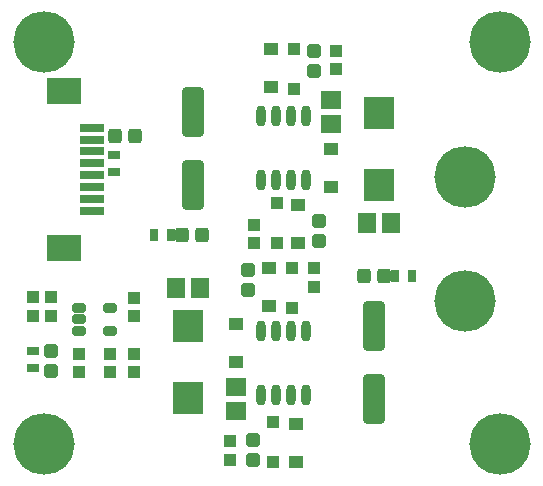
<source format=gts>
G04*
G04 #@! TF.GenerationSoftware,Altium Limited,Altium Designer,18.1.11 (251)*
G04*
G04 Layer_Color=8388736*
%FSLAX44Y44*%
%MOMM*%
G71*
G01*
G75*
%ADD21R,2.1032X0.8032*%
%ADD22R,3.0032X2.3032*%
%ADD23R,1.5532X1.7532*%
%ADD24O,0.8032X1.8032*%
%ADD25R,1.0032X0.8032*%
G04:AMPARAMS|DCode=26|XSize=1.2032mm|YSize=1.1032mm|CornerRadius=0.2141mm|HoleSize=0mm|Usage=FLASHONLY|Rotation=90.000|XOffset=0mm|YOffset=0mm|HoleType=Round|Shape=RoundedRectangle|*
%AMROUNDEDRECTD26*
21,1,1.2032,0.6750,0,0,90.0*
21,1,0.7750,1.1032,0,0,90.0*
1,1,0.4282,0.3375,0.3875*
1,1,0.4282,0.3375,-0.3875*
1,1,0.4282,-0.3375,-0.3875*
1,1,0.4282,-0.3375,0.3875*
%
%ADD26ROUNDEDRECTD26*%
G04:AMPARAMS|DCode=27|XSize=1.2032mm|YSize=1.1032mm|CornerRadius=0.2141mm|HoleSize=0mm|Usage=FLASHONLY|Rotation=0.000|XOffset=0mm|YOffset=0mm|HoleType=Round|Shape=RoundedRectangle|*
%AMROUNDEDRECTD27*
21,1,1.2032,0.6750,0,0,0.0*
21,1,0.7750,1.1032,0,0,0.0*
1,1,0.4282,0.3875,-0.3375*
1,1,0.4282,-0.3875,-0.3375*
1,1,0.4282,-0.3875,0.3375*
1,1,0.4282,0.3875,0.3375*
%
%ADD27ROUNDEDRECTD27*%
%ADD28R,1.0532X1.0532*%
%ADD29R,1.7532X1.5532*%
%ADD30R,1.2032X1.0032*%
%ADD31R,0.8032X1.0032*%
%ADD32R,2.6532X2.7532*%
G04:AMPARAMS|DCode=33|XSize=0.8032mm|YSize=1.2032mm|CornerRadius=0.1766mm|HoleSize=0mm|Usage=FLASHONLY|Rotation=270.000|XOffset=0mm|YOffset=0mm|HoleType=Round|Shape=RoundedRectangle|*
%AMROUNDEDRECTD33*
21,1,0.8032,0.8500,0,0,270.0*
21,1,0.4500,1.2032,0,0,270.0*
1,1,0.3532,-0.4250,-0.2250*
1,1,0.3532,-0.4250,0.2250*
1,1,0.3532,0.4250,0.2250*
1,1,0.3532,0.4250,-0.2250*
%
%ADD33ROUNDEDRECTD33*%
G04:AMPARAMS|DCode=34|XSize=4.2032mm|YSize=1.8032mm|CornerRadius=0.3016mm|HoleSize=0mm|Usage=FLASHONLY|Rotation=90.000|XOffset=0mm|YOffset=0mm|HoleType=Round|Shape=RoundedRectangle|*
%AMROUNDEDRECTD34*
21,1,4.2032,1.2000,0,0,90.0*
21,1,3.6000,1.8032,0,0,90.0*
1,1,0.6032,0.6000,1.8000*
1,1,0.6032,0.6000,-1.8000*
1,1,0.6032,-0.6000,-1.8000*
1,1,0.6032,-0.6000,1.8000*
%
%ADD34ROUNDEDRECTD34*%
%ADD35C,5.2032*%
D21*
X70170Y226620D02*
D03*
Y236620D02*
D03*
Y246620D02*
D03*
Y256620D02*
D03*
Y266620D02*
D03*
Y276620D02*
D03*
Y286620D02*
D03*
Y296620D02*
D03*
D22*
X46670Y195120D02*
D03*
Y328120D02*
D03*
D23*
X303280Y215880D02*
D03*
X323280D02*
D03*
X161250Y161270D02*
D03*
X141250D02*
D03*
D24*
X251300Y306380D02*
D03*
X238600D02*
D03*
X225900D02*
D03*
X213200D02*
D03*
X251300Y252380D02*
D03*
X238600D02*
D03*
X225900D02*
D03*
X213200D02*
D03*
X213230Y70770D02*
D03*
X225930D02*
D03*
X238630D02*
D03*
X251330D02*
D03*
X213230Y124770D02*
D03*
X225930D02*
D03*
X238630D02*
D03*
X251330D02*
D03*
D25*
X88900Y259450D02*
D03*
Y273950D02*
D03*
X20323Y93092D02*
D03*
Y107592D02*
D03*
D26*
X106290Y289560D02*
D03*
X89290D02*
D03*
X163440Y205740D02*
D03*
X146440D02*
D03*
X300110Y171450D02*
D03*
X317110D02*
D03*
D27*
X206440Y15610D02*
D03*
Y32610D02*
D03*
X35560Y90592D02*
D03*
Y107592D02*
D03*
X202050Y176120D02*
D03*
Y159120D02*
D03*
X262480Y218030D02*
D03*
Y201030D02*
D03*
X258090Y361540D02*
D03*
Y344540D02*
D03*
D28*
X187353Y15610D02*
D03*
Y31110D02*
D03*
X106005Y152530D02*
D03*
Y137030D02*
D03*
Y105540D02*
D03*
Y90040D02*
D03*
X85390D02*
D03*
Y105540D02*
D03*
X59390D02*
D03*
Y90040D02*
D03*
X20323Y137720D02*
D03*
Y153220D02*
D03*
X35560Y137720D02*
D03*
Y153220D02*
D03*
X276860Y361540D02*
D03*
Y346040D02*
D03*
X207078Y199260D02*
D03*
Y214760D02*
D03*
X258090Y177740D02*
D03*
Y162240D02*
D03*
X223640Y47610D02*
D03*
Y14110D02*
D03*
X239454Y144120D02*
D03*
Y177620D02*
D03*
X226383Y233030D02*
D03*
Y199530D02*
D03*
X240890Y363040D02*
D03*
Y329540D02*
D03*
D29*
X191890Y77290D02*
D03*
Y57290D02*
D03*
X272640Y299860D02*
D03*
Y319860D02*
D03*
D30*
X191890Y98080D02*
D03*
Y130480D02*
D03*
X242690Y13860D02*
D03*
Y46260D02*
D03*
X272640Y279070D02*
D03*
Y246670D02*
D03*
X219830Y177870D02*
D03*
Y145470D02*
D03*
X244700Y199280D02*
D03*
Y231680D02*
D03*
X221840Y330890D02*
D03*
Y363290D02*
D03*
D31*
X122290Y205740D02*
D03*
X136790D02*
D03*
X341260Y171450D02*
D03*
X326760D02*
D03*
D32*
X151250Y128645D02*
D03*
Y68145D02*
D03*
X313280Y309005D02*
D03*
Y248505D02*
D03*
D33*
X85390Y124940D02*
D03*
X59390Y143940D02*
D03*
Y134440D02*
D03*
Y124940D02*
D03*
X85390Y143940D02*
D03*
D34*
X308730Y128770D02*
D03*
Y66770D02*
D03*
X155800Y248380D02*
D03*
Y310380D02*
D03*
D35*
X29210Y29210D02*
D03*
Y369570D02*
D03*
X415290D02*
D03*
Y29210D02*
D03*
X386080Y149860D02*
D03*
Y255270D02*
D03*
M02*

</source>
